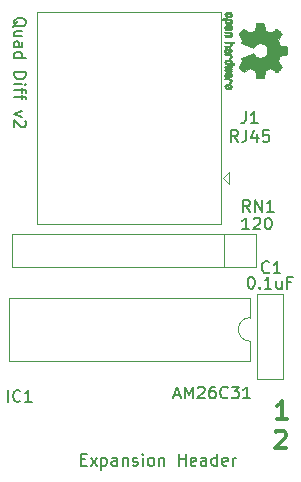
<source format=gbr>
G04 #@! TF.GenerationSoftware,KiCad,Pcbnew,(5.1.4)-1*
G04 #@! TF.CreationDate,2019-10-02T23:26:37-04:00*
G04 #@! TF.ProjectId,Quad_Diff_Out,51756164-5f44-4696-9666-5f4f75742e6b,v2*
G04 #@! TF.SameCoordinates,Original*
G04 #@! TF.FileFunction,Legend,Top*
G04 #@! TF.FilePolarity,Positive*
%FSLAX46Y46*%
G04 Gerber Fmt 4.6, Leading zero omitted, Abs format (unit mm)*
G04 Created by KiCad (PCBNEW (5.1.4)-1) date 2019-10-02 23:26:37*
%MOMM*%
%LPD*%
G04 APERTURE LIST*
%ADD10C,0.150000*%
%ADD11C,0.300000*%
%ADD12C,0.120000*%
%ADD13C,0.010000*%
G04 APERTURE END LIST*
D10*
X145500000Y-107228571D02*
X145833333Y-107228571D01*
X145976190Y-107752380D02*
X145500000Y-107752380D01*
X145500000Y-106752380D01*
X145976190Y-106752380D01*
X146309523Y-107752380D02*
X146833333Y-107085714D01*
X146309523Y-107085714D02*
X146833333Y-107752380D01*
X147214285Y-107085714D02*
X147214285Y-108085714D01*
X147214285Y-107133333D02*
X147309523Y-107085714D01*
X147500000Y-107085714D01*
X147595238Y-107133333D01*
X147642857Y-107180952D01*
X147690476Y-107276190D01*
X147690476Y-107561904D01*
X147642857Y-107657142D01*
X147595238Y-107704761D01*
X147500000Y-107752380D01*
X147309523Y-107752380D01*
X147214285Y-107704761D01*
X148547619Y-107752380D02*
X148547619Y-107228571D01*
X148500000Y-107133333D01*
X148404761Y-107085714D01*
X148214285Y-107085714D01*
X148119047Y-107133333D01*
X148547619Y-107704761D02*
X148452380Y-107752380D01*
X148214285Y-107752380D01*
X148119047Y-107704761D01*
X148071428Y-107609523D01*
X148071428Y-107514285D01*
X148119047Y-107419047D01*
X148214285Y-107371428D01*
X148452380Y-107371428D01*
X148547619Y-107323809D01*
X149023809Y-107085714D02*
X149023809Y-107752380D01*
X149023809Y-107180952D02*
X149071428Y-107133333D01*
X149166666Y-107085714D01*
X149309523Y-107085714D01*
X149404761Y-107133333D01*
X149452380Y-107228571D01*
X149452380Y-107752380D01*
X149880952Y-107704761D02*
X149976190Y-107752380D01*
X150166666Y-107752380D01*
X150261904Y-107704761D01*
X150309523Y-107609523D01*
X150309523Y-107561904D01*
X150261904Y-107466666D01*
X150166666Y-107419047D01*
X150023809Y-107419047D01*
X149928571Y-107371428D01*
X149880952Y-107276190D01*
X149880952Y-107228571D01*
X149928571Y-107133333D01*
X150023809Y-107085714D01*
X150166666Y-107085714D01*
X150261904Y-107133333D01*
X150738095Y-107752380D02*
X150738095Y-107085714D01*
X150738095Y-106752380D02*
X150690476Y-106800000D01*
X150738095Y-106847619D01*
X150785714Y-106800000D01*
X150738095Y-106752380D01*
X150738095Y-106847619D01*
X151357142Y-107752380D02*
X151261904Y-107704761D01*
X151214285Y-107657142D01*
X151166666Y-107561904D01*
X151166666Y-107276190D01*
X151214285Y-107180952D01*
X151261904Y-107133333D01*
X151357142Y-107085714D01*
X151500000Y-107085714D01*
X151595238Y-107133333D01*
X151642857Y-107180952D01*
X151690476Y-107276190D01*
X151690476Y-107561904D01*
X151642857Y-107657142D01*
X151595238Y-107704761D01*
X151500000Y-107752380D01*
X151357142Y-107752380D01*
X152119047Y-107085714D02*
X152119047Y-107752380D01*
X152119047Y-107180952D02*
X152166666Y-107133333D01*
X152261904Y-107085714D01*
X152404761Y-107085714D01*
X152500000Y-107133333D01*
X152547619Y-107228571D01*
X152547619Y-107752380D01*
X153785714Y-107752380D02*
X153785714Y-106752380D01*
X153785714Y-107228571D02*
X154357142Y-107228571D01*
X154357142Y-107752380D02*
X154357142Y-106752380D01*
X155214285Y-107704761D02*
X155119047Y-107752380D01*
X154928571Y-107752380D01*
X154833333Y-107704761D01*
X154785714Y-107609523D01*
X154785714Y-107228571D01*
X154833333Y-107133333D01*
X154928571Y-107085714D01*
X155119047Y-107085714D01*
X155214285Y-107133333D01*
X155261904Y-107228571D01*
X155261904Y-107323809D01*
X154785714Y-107419047D01*
X156119047Y-107752380D02*
X156119047Y-107228571D01*
X156071428Y-107133333D01*
X155976190Y-107085714D01*
X155785714Y-107085714D01*
X155690476Y-107133333D01*
X156119047Y-107704761D02*
X156023809Y-107752380D01*
X155785714Y-107752380D01*
X155690476Y-107704761D01*
X155642857Y-107609523D01*
X155642857Y-107514285D01*
X155690476Y-107419047D01*
X155785714Y-107371428D01*
X156023809Y-107371428D01*
X156119047Y-107323809D01*
X157023809Y-107752380D02*
X157023809Y-106752380D01*
X157023809Y-107704761D02*
X156928571Y-107752380D01*
X156738095Y-107752380D01*
X156642857Y-107704761D01*
X156595238Y-107657142D01*
X156547619Y-107561904D01*
X156547619Y-107276190D01*
X156595238Y-107180952D01*
X156642857Y-107133333D01*
X156738095Y-107085714D01*
X156928571Y-107085714D01*
X157023809Y-107133333D01*
X157880952Y-107704761D02*
X157785714Y-107752380D01*
X157595238Y-107752380D01*
X157500000Y-107704761D01*
X157452380Y-107609523D01*
X157452380Y-107228571D01*
X157500000Y-107133333D01*
X157595238Y-107085714D01*
X157785714Y-107085714D01*
X157880952Y-107133333D01*
X157928571Y-107228571D01*
X157928571Y-107323809D01*
X157452380Y-107419047D01*
X158357142Y-107752380D02*
X158357142Y-107085714D01*
X158357142Y-107276190D02*
X158404761Y-107180952D01*
X158452380Y-107133333D01*
X158547619Y-107085714D01*
X158642857Y-107085714D01*
D11*
X161971428Y-104921428D02*
X162042857Y-104850000D01*
X162185714Y-104778571D01*
X162542857Y-104778571D01*
X162685714Y-104850000D01*
X162757142Y-104921428D01*
X162828571Y-105064285D01*
X162828571Y-105207142D01*
X162757142Y-105421428D01*
X161900000Y-106278571D01*
X162828571Y-106278571D01*
X162928571Y-103778571D02*
X162071428Y-103778571D01*
X162500000Y-103778571D02*
X162500000Y-102278571D01*
X162357142Y-102492857D01*
X162214285Y-102635714D01*
X162071428Y-102707142D01*
D10*
X139752380Y-70595238D02*
X139800000Y-70500000D01*
X139895238Y-70404761D01*
X140038095Y-70261904D01*
X140085714Y-70166666D01*
X140085714Y-70071428D01*
X139847619Y-70119047D02*
X139895238Y-70023809D01*
X139990476Y-69928571D01*
X140180952Y-69880952D01*
X140514285Y-69880952D01*
X140704761Y-69928571D01*
X140800000Y-70023809D01*
X140847619Y-70119047D01*
X140847619Y-70309523D01*
X140800000Y-70404761D01*
X140704761Y-70500000D01*
X140514285Y-70547619D01*
X140180952Y-70547619D01*
X139990476Y-70500000D01*
X139895238Y-70404761D01*
X139847619Y-70309523D01*
X139847619Y-70119047D01*
X140514285Y-71404761D02*
X139847619Y-71404761D01*
X140514285Y-70976190D02*
X139990476Y-70976190D01*
X139895238Y-71023809D01*
X139847619Y-71119047D01*
X139847619Y-71261904D01*
X139895238Y-71357142D01*
X139942857Y-71404761D01*
X139847619Y-72309523D02*
X140371428Y-72309523D01*
X140466666Y-72261904D01*
X140514285Y-72166666D01*
X140514285Y-71976190D01*
X140466666Y-71880952D01*
X139895238Y-72309523D02*
X139847619Y-72214285D01*
X139847619Y-71976190D01*
X139895238Y-71880952D01*
X139990476Y-71833333D01*
X140085714Y-71833333D01*
X140180952Y-71880952D01*
X140228571Y-71976190D01*
X140228571Y-72214285D01*
X140276190Y-72309523D01*
X139847619Y-73214285D02*
X140847619Y-73214285D01*
X139895238Y-73214285D02*
X139847619Y-73119047D01*
X139847619Y-72928571D01*
X139895238Y-72833333D01*
X139942857Y-72785714D01*
X140038095Y-72738095D01*
X140323809Y-72738095D01*
X140419047Y-72785714D01*
X140466666Y-72833333D01*
X140514285Y-72928571D01*
X140514285Y-73119047D01*
X140466666Y-73214285D01*
X139847619Y-74452380D02*
X140847619Y-74452380D01*
X140847619Y-74690476D01*
X140800000Y-74833333D01*
X140704761Y-74928571D01*
X140609523Y-74976190D01*
X140419047Y-75023809D01*
X140276190Y-75023809D01*
X140085714Y-74976190D01*
X139990476Y-74928571D01*
X139895238Y-74833333D01*
X139847619Y-74690476D01*
X139847619Y-74452380D01*
X139847619Y-75452380D02*
X140514285Y-75452380D01*
X140847619Y-75452380D02*
X140800000Y-75404761D01*
X140752380Y-75452380D01*
X140800000Y-75500000D01*
X140847619Y-75452380D01*
X140752380Y-75452380D01*
X140514285Y-75785714D02*
X140514285Y-76166666D01*
X139847619Y-75928571D02*
X140704761Y-75928571D01*
X140800000Y-75976190D01*
X140847619Y-76071428D01*
X140847619Y-76166666D01*
X140514285Y-76357142D02*
X140514285Y-76738095D01*
X139847619Y-76500000D02*
X140704761Y-76500000D01*
X140800000Y-76547619D01*
X140847619Y-76642857D01*
X140847619Y-76738095D01*
X140514285Y-77738095D02*
X139847619Y-77976190D01*
X140514285Y-78214285D01*
X140752380Y-78547619D02*
X140800000Y-78595238D01*
X140847619Y-78690476D01*
X140847619Y-78928571D01*
X140800000Y-79023809D01*
X140752380Y-79071428D01*
X140657142Y-79119047D01*
X140561904Y-79119047D01*
X140419047Y-79071428D01*
X139847619Y-78500000D01*
X139847619Y-79119047D01*
D12*
X159830000Y-98860000D02*
X159830000Y-97210000D01*
X139390000Y-98860000D02*
X159830000Y-98860000D01*
X139390000Y-93560000D02*
X139390000Y-98860000D01*
X159830000Y-93560000D02*
X139390000Y-93560000D01*
X159830000Y-95210000D02*
X159830000Y-93560000D01*
X159830000Y-97210000D02*
G75*
G02X159830000Y-95210000I0J1000000D01*
G01*
X157630000Y-90900000D02*
X157630000Y-88100000D01*
X139680000Y-90900000D02*
X160340000Y-90900000D01*
X139680000Y-88100000D02*
X139680000Y-90900000D01*
X160340000Y-88100000D02*
X139680000Y-88100000D01*
X160340000Y-90900000D02*
X160340000Y-88100000D01*
D13*
G36*
X162957652Y-72703910D02*
G01*
X162957222Y-72782454D01*
X162956058Y-72839298D01*
X162953793Y-72878105D01*
X162950060Y-72902538D01*
X162944494Y-72916262D01*
X162936727Y-72922940D01*
X162926395Y-72926236D01*
X162925057Y-72926556D01*
X162900921Y-72931562D01*
X162853299Y-72940829D01*
X162787259Y-72953392D01*
X162707872Y-72968287D01*
X162620204Y-72984551D01*
X162617125Y-72985119D01*
X162531211Y-73001410D01*
X162455304Y-73016652D01*
X162393955Y-73029861D01*
X162351718Y-73040054D01*
X162333145Y-73046248D01*
X162332816Y-73046543D01*
X162323747Y-73064788D01*
X162308633Y-73102405D01*
X162290738Y-73151271D01*
X162290642Y-73151543D01*
X162267507Y-73213093D01*
X162238035Y-73285657D01*
X162208403Y-73354057D01*
X162206938Y-73357294D01*
X162156374Y-73468702D01*
X162324840Y-73715399D01*
X162376197Y-73791077D01*
X162422111Y-73859631D01*
X162459970Y-73917088D01*
X162487163Y-73959476D01*
X162501079Y-73982825D01*
X162502111Y-73985042D01*
X162497516Y-74002010D01*
X162475345Y-74033701D01*
X162434553Y-74081352D01*
X162374095Y-74146198D01*
X162309773Y-74212397D01*
X162246388Y-74276214D01*
X162188549Y-74333329D01*
X162139825Y-74380305D01*
X162103790Y-74413703D01*
X162084016Y-74430085D01*
X162082998Y-74430694D01*
X162069428Y-74432505D01*
X162047267Y-74425683D01*
X162013522Y-74408540D01*
X161965200Y-74379393D01*
X161899308Y-74336555D01*
X161814483Y-74279448D01*
X161739823Y-74228766D01*
X161672860Y-74183461D01*
X161617484Y-74146150D01*
X161577580Y-74119452D01*
X161557038Y-74105985D01*
X161555644Y-74105137D01*
X161535962Y-74106781D01*
X161497707Y-74119245D01*
X161448111Y-74140048D01*
X161432272Y-74147462D01*
X161361710Y-74179814D01*
X161281647Y-74214328D01*
X161212371Y-74242365D01*
X161160955Y-74262568D01*
X161121881Y-74278615D01*
X161101459Y-74287888D01*
X161099886Y-74289041D01*
X161097279Y-74306096D01*
X161090137Y-74346298D01*
X161079477Y-74404302D01*
X161066315Y-74474763D01*
X161051667Y-74552335D01*
X161036551Y-74631672D01*
X161021982Y-74707431D01*
X161008978Y-74774264D01*
X160998555Y-74826828D01*
X160991730Y-74859776D01*
X160989801Y-74867857D01*
X160985038Y-74876205D01*
X160974282Y-74882506D01*
X160953902Y-74887045D01*
X160920266Y-74890104D01*
X160869745Y-74891967D01*
X160798708Y-74892918D01*
X160703524Y-74893240D01*
X160664508Y-74893257D01*
X160347201Y-74893257D01*
X160332161Y-74817057D01*
X160324005Y-74774663D01*
X160312101Y-74711400D01*
X160297884Y-74634962D01*
X160282790Y-74553043D01*
X160278645Y-74530400D01*
X160263947Y-74454806D01*
X160249495Y-74388953D01*
X160236625Y-74338366D01*
X160226678Y-74308574D01*
X160223713Y-74303612D01*
X160202717Y-74291426D01*
X160162033Y-74273953D01*
X160109678Y-74254577D01*
X160098400Y-74250734D01*
X160028477Y-74225339D01*
X159949582Y-74193817D01*
X159878734Y-74162969D01*
X159878405Y-74162817D01*
X159767267Y-74111447D01*
X159518747Y-74280399D01*
X159270228Y-74449352D01*
X159052942Y-74232429D01*
X158988274Y-74166819D01*
X158931267Y-74106979D01*
X158884967Y-74056267D01*
X158852416Y-74018046D01*
X158836657Y-73995675D01*
X158835657Y-73992466D01*
X158843531Y-73973626D01*
X158865422Y-73935180D01*
X158898733Y-73881330D01*
X158940869Y-73816276D01*
X158988057Y-73745940D01*
X159036190Y-73674555D01*
X159078072Y-73610908D01*
X159111129Y-73559041D01*
X159132782Y-73522995D01*
X159140457Y-73506867D01*
X159133963Y-73487189D01*
X159116850Y-73449875D01*
X159092674Y-73402621D01*
X159089987Y-73397612D01*
X159058073Y-73333977D01*
X159042421Y-73290341D01*
X159042255Y-73263202D01*
X159056796Y-73249057D01*
X159057000Y-73248975D01*
X159074221Y-73241905D01*
X159115101Y-73225042D01*
X159176475Y-73199695D01*
X159255181Y-73167171D01*
X159348053Y-73128778D01*
X159451928Y-73085822D01*
X159552498Y-73044222D01*
X159663484Y-72998504D01*
X159766297Y-72956526D01*
X159857785Y-72919548D01*
X159934799Y-72888827D01*
X159994185Y-72865622D01*
X160032791Y-72851190D01*
X160047200Y-72846743D01*
X160063728Y-72857896D01*
X160090070Y-72887069D01*
X160119113Y-72925971D01*
X160210961Y-73036757D01*
X160316241Y-73123351D01*
X160432734Y-73184716D01*
X160558224Y-73219815D01*
X160690493Y-73227608D01*
X160751543Y-73221943D01*
X160878205Y-73191078D01*
X160990059Y-73137920D01*
X161085999Y-73065767D01*
X161164924Y-72977917D01*
X161225730Y-72877665D01*
X161267313Y-72768310D01*
X161288572Y-72653147D01*
X161288401Y-72535475D01*
X161265699Y-72418590D01*
X161219362Y-72305789D01*
X161148287Y-72200369D01*
X161108089Y-72156368D01*
X161004871Y-72071979D01*
X160892075Y-72013222D01*
X160772990Y-71979704D01*
X160650905Y-71971035D01*
X160529107Y-71986823D01*
X160410884Y-72026678D01*
X160299525Y-72090207D01*
X160198316Y-72177021D01*
X160119113Y-72274029D01*
X160088838Y-72314437D01*
X160062781Y-72342982D01*
X160047175Y-72353257D01*
X160030157Y-72347877D01*
X159989500Y-72332575D01*
X159928358Y-72308612D01*
X159849881Y-72277244D01*
X159757220Y-72239732D01*
X159653528Y-72197333D01*
X159552474Y-72155663D01*
X159441393Y-72109690D01*
X159338459Y-72067107D01*
X159246835Y-72029221D01*
X159169684Y-71997340D01*
X159110169Y-71972771D01*
X159071456Y-71956820D01*
X159057000Y-71950910D01*
X159042315Y-71936948D01*
X159042358Y-71909940D01*
X159057901Y-71866413D01*
X159089716Y-71802890D01*
X159089987Y-71802388D01*
X159114677Y-71754560D01*
X159132662Y-71715897D01*
X159140386Y-71694095D01*
X159140457Y-71693133D01*
X159132622Y-71676721D01*
X159110835Y-71640487D01*
X159077672Y-71588474D01*
X159035709Y-71524725D01*
X158988057Y-71454060D01*
X158939809Y-71382116D01*
X158897849Y-71317274D01*
X158864773Y-71263735D01*
X158843179Y-71225697D01*
X158835657Y-71207533D01*
X158845543Y-71190808D01*
X158873174Y-71157180D01*
X158915505Y-71110010D01*
X158969495Y-71052658D01*
X159032101Y-70988484D01*
X159053017Y-70967497D01*
X159270377Y-70750499D01*
X159512780Y-70915668D01*
X159587219Y-70965864D01*
X159654028Y-71009919D01*
X159709335Y-71045362D01*
X159749271Y-71069719D01*
X159769964Y-71080522D01*
X159771437Y-71080838D01*
X159790942Y-71075143D01*
X159830178Y-71059826D01*
X159882570Y-71037537D01*
X159917645Y-71021893D01*
X159984799Y-70992641D01*
X160052642Y-70965094D01*
X160109966Y-70943737D01*
X160127428Y-70937935D01*
X160174062Y-70921452D01*
X160210095Y-70905340D01*
X160223713Y-70896490D01*
X160232048Y-70876960D01*
X160243863Y-70834334D01*
X160257819Y-70774145D01*
X160272578Y-70701922D01*
X160278645Y-70669600D01*
X160293727Y-70587522D01*
X160308331Y-70508795D01*
X160321020Y-70441109D01*
X160330358Y-70392160D01*
X160332161Y-70382943D01*
X160347201Y-70306743D01*
X160664508Y-70306743D01*
X160768846Y-70306914D01*
X160847787Y-70307616D01*
X160904962Y-70309134D01*
X160944001Y-70311749D01*
X160968535Y-70315746D01*
X160982195Y-70321409D01*
X160988611Y-70329020D01*
X160989801Y-70332143D01*
X160994020Y-70350978D01*
X161002438Y-70392588D01*
X161014039Y-70451630D01*
X161027805Y-70522757D01*
X161042720Y-70600625D01*
X161057768Y-70679887D01*
X161071931Y-70755198D01*
X161084194Y-70821213D01*
X161093539Y-70872587D01*
X161098950Y-70903975D01*
X161099886Y-70910959D01*
X161112404Y-70917285D01*
X161145754Y-70931290D01*
X161193623Y-70950355D01*
X161212371Y-70957634D01*
X161284805Y-70986996D01*
X161364830Y-71021571D01*
X161432272Y-71052537D01*
X161483841Y-71075323D01*
X161526215Y-71090482D01*
X161552166Y-71095542D01*
X161555644Y-71094736D01*
X161572064Y-71084041D01*
X161608583Y-71059620D01*
X161661313Y-71024095D01*
X161726365Y-70980087D01*
X161799849Y-70930217D01*
X161814355Y-70920356D01*
X161900296Y-70862492D01*
X161965739Y-70819956D01*
X162013696Y-70791054D01*
X162047180Y-70774090D01*
X162069205Y-70767367D01*
X162082783Y-70769190D01*
X162082869Y-70769236D01*
X162100703Y-70783586D01*
X162135183Y-70815323D01*
X162182732Y-70861010D01*
X162239778Y-70917204D01*
X162302745Y-70980468D01*
X162309773Y-70987602D01*
X162386980Y-71067330D01*
X162443670Y-71128857D01*
X162480890Y-71173421D01*
X162499685Y-71202257D01*
X162502111Y-71214958D01*
X162491529Y-71233494D01*
X162467084Y-71271961D01*
X162431388Y-71326386D01*
X162387053Y-71392798D01*
X162336689Y-71467225D01*
X162324840Y-71484601D01*
X162156374Y-71731297D01*
X162206938Y-71842706D01*
X162236405Y-71910457D01*
X162266041Y-71983183D01*
X162289670Y-72045703D01*
X162290642Y-72048457D01*
X162308543Y-72097360D01*
X162323680Y-72135057D01*
X162332790Y-72153425D01*
X162332816Y-72153456D01*
X162349283Y-72159285D01*
X162389781Y-72169192D01*
X162449758Y-72182195D01*
X162524660Y-72197309D01*
X162609936Y-72213552D01*
X162617125Y-72214881D01*
X162704986Y-72231175D01*
X162784740Y-72246133D01*
X162851319Y-72258791D01*
X162899653Y-72268186D01*
X162924675Y-72273354D01*
X162925057Y-72273444D01*
X162935701Y-72276589D01*
X162943738Y-72282704D01*
X162949533Y-72295453D01*
X162953453Y-72318500D01*
X162955865Y-72355509D01*
X162957135Y-72410144D01*
X162957629Y-72486067D01*
X162957714Y-72586944D01*
X162957714Y-72600000D01*
X162957652Y-72703910D01*
X162957652Y-72703910D01*
G37*
X162957652Y-72703910D02*
X162957222Y-72782454D01*
X162956058Y-72839298D01*
X162953793Y-72878105D01*
X162950060Y-72902538D01*
X162944494Y-72916262D01*
X162936727Y-72922940D01*
X162926395Y-72926236D01*
X162925057Y-72926556D01*
X162900921Y-72931562D01*
X162853299Y-72940829D01*
X162787259Y-72953392D01*
X162707872Y-72968287D01*
X162620204Y-72984551D01*
X162617125Y-72985119D01*
X162531211Y-73001410D01*
X162455304Y-73016652D01*
X162393955Y-73029861D01*
X162351718Y-73040054D01*
X162333145Y-73046248D01*
X162332816Y-73046543D01*
X162323747Y-73064788D01*
X162308633Y-73102405D01*
X162290738Y-73151271D01*
X162290642Y-73151543D01*
X162267507Y-73213093D01*
X162238035Y-73285657D01*
X162208403Y-73354057D01*
X162206938Y-73357294D01*
X162156374Y-73468702D01*
X162324840Y-73715399D01*
X162376197Y-73791077D01*
X162422111Y-73859631D01*
X162459970Y-73917088D01*
X162487163Y-73959476D01*
X162501079Y-73982825D01*
X162502111Y-73985042D01*
X162497516Y-74002010D01*
X162475345Y-74033701D01*
X162434553Y-74081352D01*
X162374095Y-74146198D01*
X162309773Y-74212397D01*
X162246388Y-74276214D01*
X162188549Y-74333329D01*
X162139825Y-74380305D01*
X162103790Y-74413703D01*
X162084016Y-74430085D01*
X162082998Y-74430694D01*
X162069428Y-74432505D01*
X162047267Y-74425683D01*
X162013522Y-74408540D01*
X161965200Y-74379393D01*
X161899308Y-74336555D01*
X161814483Y-74279448D01*
X161739823Y-74228766D01*
X161672860Y-74183461D01*
X161617484Y-74146150D01*
X161577580Y-74119452D01*
X161557038Y-74105985D01*
X161555644Y-74105137D01*
X161535962Y-74106781D01*
X161497707Y-74119245D01*
X161448111Y-74140048D01*
X161432272Y-74147462D01*
X161361710Y-74179814D01*
X161281647Y-74214328D01*
X161212371Y-74242365D01*
X161160955Y-74262568D01*
X161121881Y-74278615D01*
X161101459Y-74287888D01*
X161099886Y-74289041D01*
X161097279Y-74306096D01*
X161090137Y-74346298D01*
X161079477Y-74404302D01*
X161066315Y-74474763D01*
X161051667Y-74552335D01*
X161036551Y-74631672D01*
X161021982Y-74707431D01*
X161008978Y-74774264D01*
X160998555Y-74826828D01*
X160991730Y-74859776D01*
X160989801Y-74867857D01*
X160985038Y-74876205D01*
X160974282Y-74882506D01*
X160953902Y-74887045D01*
X160920266Y-74890104D01*
X160869745Y-74891967D01*
X160798708Y-74892918D01*
X160703524Y-74893240D01*
X160664508Y-74893257D01*
X160347201Y-74893257D01*
X160332161Y-74817057D01*
X160324005Y-74774663D01*
X160312101Y-74711400D01*
X160297884Y-74634962D01*
X160282790Y-74553043D01*
X160278645Y-74530400D01*
X160263947Y-74454806D01*
X160249495Y-74388953D01*
X160236625Y-74338366D01*
X160226678Y-74308574D01*
X160223713Y-74303612D01*
X160202717Y-74291426D01*
X160162033Y-74273953D01*
X160109678Y-74254577D01*
X160098400Y-74250734D01*
X160028477Y-74225339D01*
X159949582Y-74193817D01*
X159878734Y-74162969D01*
X159878405Y-74162817D01*
X159767267Y-74111447D01*
X159518747Y-74280399D01*
X159270228Y-74449352D01*
X159052942Y-74232429D01*
X158988274Y-74166819D01*
X158931267Y-74106979D01*
X158884967Y-74056267D01*
X158852416Y-74018046D01*
X158836657Y-73995675D01*
X158835657Y-73992466D01*
X158843531Y-73973626D01*
X158865422Y-73935180D01*
X158898733Y-73881330D01*
X158940869Y-73816276D01*
X158988057Y-73745940D01*
X159036190Y-73674555D01*
X159078072Y-73610908D01*
X159111129Y-73559041D01*
X159132782Y-73522995D01*
X159140457Y-73506867D01*
X159133963Y-73487189D01*
X159116850Y-73449875D01*
X159092674Y-73402621D01*
X159089987Y-73397612D01*
X159058073Y-73333977D01*
X159042421Y-73290341D01*
X159042255Y-73263202D01*
X159056796Y-73249057D01*
X159057000Y-73248975D01*
X159074221Y-73241905D01*
X159115101Y-73225042D01*
X159176475Y-73199695D01*
X159255181Y-73167171D01*
X159348053Y-73128778D01*
X159451928Y-73085822D01*
X159552498Y-73044222D01*
X159663484Y-72998504D01*
X159766297Y-72956526D01*
X159857785Y-72919548D01*
X159934799Y-72888827D01*
X159994185Y-72865622D01*
X160032791Y-72851190D01*
X160047200Y-72846743D01*
X160063728Y-72857896D01*
X160090070Y-72887069D01*
X160119113Y-72925971D01*
X160210961Y-73036757D01*
X160316241Y-73123351D01*
X160432734Y-73184716D01*
X160558224Y-73219815D01*
X160690493Y-73227608D01*
X160751543Y-73221943D01*
X160878205Y-73191078D01*
X160990059Y-73137920D01*
X161085999Y-73065767D01*
X161164924Y-72977917D01*
X161225730Y-72877665D01*
X161267313Y-72768310D01*
X161288572Y-72653147D01*
X161288401Y-72535475D01*
X161265699Y-72418590D01*
X161219362Y-72305789D01*
X161148287Y-72200369D01*
X161108089Y-72156368D01*
X161004871Y-72071979D01*
X160892075Y-72013222D01*
X160772990Y-71979704D01*
X160650905Y-71971035D01*
X160529107Y-71986823D01*
X160410884Y-72026678D01*
X160299525Y-72090207D01*
X160198316Y-72177021D01*
X160119113Y-72274029D01*
X160088838Y-72314437D01*
X160062781Y-72342982D01*
X160047175Y-72353257D01*
X160030157Y-72347877D01*
X159989500Y-72332575D01*
X159928358Y-72308612D01*
X159849881Y-72277244D01*
X159757220Y-72239732D01*
X159653528Y-72197333D01*
X159552474Y-72155663D01*
X159441393Y-72109690D01*
X159338459Y-72067107D01*
X159246835Y-72029221D01*
X159169684Y-71997340D01*
X159110169Y-71972771D01*
X159071456Y-71956820D01*
X159057000Y-71950910D01*
X159042315Y-71936948D01*
X159042358Y-71909940D01*
X159057901Y-71866413D01*
X159089716Y-71802890D01*
X159089987Y-71802388D01*
X159114677Y-71754560D01*
X159132662Y-71715897D01*
X159140386Y-71694095D01*
X159140457Y-71693133D01*
X159132622Y-71676721D01*
X159110835Y-71640487D01*
X159077672Y-71588474D01*
X159035709Y-71524725D01*
X158988057Y-71454060D01*
X158939809Y-71382116D01*
X158897849Y-71317274D01*
X158864773Y-71263735D01*
X158843179Y-71225697D01*
X158835657Y-71207533D01*
X158845543Y-71190808D01*
X158873174Y-71157180D01*
X158915505Y-71110010D01*
X158969495Y-71052658D01*
X159032101Y-70988484D01*
X159053017Y-70967497D01*
X159270377Y-70750499D01*
X159512780Y-70915668D01*
X159587219Y-70965864D01*
X159654028Y-71009919D01*
X159709335Y-71045362D01*
X159749271Y-71069719D01*
X159769964Y-71080522D01*
X159771437Y-71080838D01*
X159790942Y-71075143D01*
X159830178Y-71059826D01*
X159882570Y-71037537D01*
X159917645Y-71021893D01*
X159984799Y-70992641D01*
X160052642Y-70965094D01*
X160109966Y-70943737D01*
X160127428Y-70937935D01*
X160174062Y-70921452D01*
X160210095Y-70905340D01*
X160223713Y-70896490D01*
X160232048Y-70876960D01*
X160243863Y-70834334D01*
X160257819Y-70774145D01*
X160272578Y-70701922D01*
X160278645Y-70669600D01*
X160293727Y-70587522D01*
X160308331Y-70508795D01*
X160321020Y-70441109D01*
X160330358Y-70392160D01*
X160332161Y-70382943D01*
X160347201Y-70306743D01*
X160664508Y-70306743D01*
X160768846Y-70306914D01*
X160847787Y-70307616D01*
X160904962Y-70309134D01*
X160944001Y-70311749D01*
X160968535Y-70315746D01*
X160982195Y-70321409D01*
X160988611Y-70329020D01*
X160989801Y-70332143D01*
X160994020Y-70350978D01*
X161002438Y-70392588D01*
X161014039Y-70451630D01*
X161027805Y-70522757D01*
X161042720Y-70600625D01*
X161057768Y-70679887D01*
X161071931Y-70755198D01*
X161084194Y-70821213D01*
X161093539Y-70872587D01*
X161098950Y-70903975D01*
X161099886Y-70910959D01*
X161112404Y-70917285D01*
X161145754Y-70931290D01*
X161193623Y-70950355D01*
X161212371Y-70957634D01*
X161284805Y-70986996D01*
X161364830Y-71021571D01*
X161432272Y-71052537D01*
X161483841Y-71075323D01*
X161526215Y-71090482D01*
X161552166Y-71095542D01*
X161555644Y-71094736D01*
X161572064Y-71084041D01*
X161608583Y-71059620D01*
X161661313Y-71024095D01*
X161726365Y-70980087D01*
X161799849Y-70930217D01*
X161814355Y-70920356D01*
X161900296Y-70862492D01*
X161965739Y-70819956D01*
X162013696Y-70791054D01*
X162047180Y-70774090D01*
X162069205Y-70767367D01*
X162082783Y-70769190D01*
X162082869Y-70769236D01*
X162100703Y-70783586D01*
X162135183Y-70815323D01*
X162182732Y-70861010D01*
X162239778Y-70917204D01*
X162302745Y-70980468D01*
X162309773Y-70987602D01*
X162386980Y-71067330D01*
X162443670Y-71128857D01*
X162480890Y-71173421D01*
X162499685Y-71202257D01*
X162502111Y-71214958D01*
X162491529Y-71233494D01*
X162467084Y-71271961D01*
X162431388Y-71326386D01*
X162387053Y-71392798D01*
X162336689Y-71467225D01*
X162324840Y-71484601D01*
X162156374Y-71731297D01*
X162206938Y-71842706D01*
X162236405Y-71910457D01*
X162266041Y-71983183D01*
X162289670Y-72045703D01*
X162290642Y-72048457D01*
X162308543Y-72097360D01*
X162323680Y-72135057D01*
X162332790Y-72153425D01*
X162332816Y-72153456D01*
X162349283Y-72159285D01*
X162389781Y-72169192D01*
X162449758Y-72182195D01*
X162524660Y-72197309D01*
X162609936Y-72213552D01*
X162617125Y-72214881D01*
X162704986Y-72231175D01*
X162784740Y-72246133D01*
X162851319Y-72258791D01*
X162899653Y-72268186D01*
X162924675Y-72273354D01*
X162925057Y-72273444D01*
X162935701Y-72276589D01*
X162943738Y-72282704D01*
X162949533Y-72295453D01*
X162953453Y-72318500D01*
X162955865Y-72355509D01*
X162957135Y-72410144D01*
X162957629Y-72486067D01*
X162957714Y-72586944D01*
X162957714Y-72600000D01*
X162957652Y-72703910D01*
G36*
X158233034Y-75753595D02*
G01*
X158195503Y-75811021D01*
X158161904Y-75838719D01*
X158100936Y-75860662D01*
X158052692Y-75862405D01*
X157988184Y-75858457D01*
X157923066Y-75709686D01*
X157889798Y-75637349D01*
X157863036Y-75590084D01*
X157839856Y-75565507D01*
X157817333Y-75561237D01*
X157792545Y-75574889D01*
X157776114Y-75589943D01*
X157749765Y-75633746D01*
X157747919Y-75681389D01*
X157768454Y-75725145D01*
X157809248Y-75757289D01*
X157823653Y-75763038D01*
X157868644Y-75790576D01*
X157887818Y-75822258D01*
X157904221Y-75865714D01*
X157842034Y-75865714D01*
X157799717Y-75861872D01*
X157764031Y-75846823D01*
X157723057Y-75815280D01*
X157717733Y-75810592D01*
X157681280Y-75775506D01*
X157661717Y-75745347D01*
X157652717Y-75707615D01*
X157649770Y-75676335D01*
X157649035Y-75620385D01*
X157658340Y-75580555D01*
X157672154Y-75555708D01*
X157702533Y-75516656D01*
X157735387Y-75489625D01*
X157776706Y-75472517D01*
X157832479Y-75463238D01*
X157908695Y-75459693D01*
X157947378Y-75459410D01*
X157993753Y-75460372D01*
X157993753Y-75548007D01*
X157968874Y-75549023D01*
X157964800Y-75551556D01*
X157970335Y-75568274D01*
X157984983Y-75604249D01*
X158005810Y-75652331D01*
X158010286Y-75662386D01*
X158041186Y-75723152D01*
X158068343Y-75756632D01*
X158093780Y-75763990D01*
X158119519Y-75746391D01*
X158130891Y-75731856D01*
X158153636Y-75679410D01*
X158149878Y-75630322D01*
X158122116Y-75589227D01*
X158072848Y-75560758D01*
X158033743Y-75551631D01*
X157993753Y-75548007D01*
X157993753Y-75460372D01*
X158037751Y-75461285D01*
X158104616Y-75468196D01*
X158153305Y-75481884D01*
X158189151Y-75504096D01*
X158217487Y-75536574D01*
X158226645Y-75550733D01*
X158250493Y-75615053D01*
X158251994Y-75685473D01*
X158233034Y-75753595D01*
X158233034Y-75753595D01*
G37*
X158233034Y-75753595D02*
X158195503Y-75811021D01*
X158161904Y-75838719D01*
X158100936Y-75860662D01*
X158052692Y-75862405D01*
X157988184Y-75858457D01*
X157923066Y-75709686D01*
X157889798Y-75637349D01*
X157863036Y-75590084D01*
X157839856Y-75565507D01*
X157817333Y-75561237D01*
X157792545Y-75574889D01*
X157776114Y-75589943D01*
X157749765Y-75633746D01*
X157747919Y-75681389D01*
X157768454Y-75725145D01*
X157809248Y-75757289D01*
X157823653Y-75763038D01*
X157868644Y-75790576D01*
X157887818Y-75822258D01*
X157904221Y-75865714D01*
X157842034Y-75865714D01*
X157799717Y-75861872D01*
X157764031Y-75846823D01*
X157723057Y-75815280D01*
X157717733Y-75810592D01*
X157681280Y-75775506D01*
X157661717Y-75745347D01*
X157652717Y-75707615D01*
X157649770Y-75676335D01*
X157649035Y-75620385D01*
X157658340Y-75580555D01*
X157672154Y-75555708D01*
X157702533Y-75516656D01*
X157735387Y-75489625D01*
X157776706Y-75472517D01*
X157832479Y-75463238D01*
X157908695Y-75459693D01*
X157947378Y-75459410D01*
X157993753Y-75460372D01*
X157993753Y-75548007D01*
X157968874Y-75549023D01*
X157964800Y-75551556D01*
X157970335Y-75568274D01*
X157984983Y-75604249D01*
X158005810Y-75652331D01*
X158010286Y-75662386D01*
X158041186Y-75723152D01*
X158068343Y-75756632D01*
X158093780Y-75763990D01*
X158119519Y-75746391D01*
X158130891Y-75731856D01*
X158153636Y-75679410D01*
X158149878Y-75630322D01*
X158122116Y-75589227D01*
X158072848Y-75560758D01*
X158033743Y-75551631D01*
X157993753Y-75548007D01*
X157993753Y-75460372D01*
X158037751Y-75461285D01*
X158104616Y-75468196D01*
X158153305Y-75481884D01*
X158189151Y-75504096D01*
X158217487Y-75536574D01*
X158226645Y-75550733D01*
X158250493Y-75615053D01*
X158251994Y-75685473D01*
X158233034Y-75753595D01*
G36*
X158241248Y-75252600D02*
G01*
X158233666Y-75269948D01*
X158200872Y-75311356D01*
X158153453Y-75346765D01*
X158102849Y-75368664D01*
X158077902Y-75372229D01*
X158043073Y-75360279D01*
X158024643Y-75334067D01*
X158013484Y-75305964D01*
X158011428Y-75293095D01*
X158026351Y-75286829D01*
X158058825Y-75274456D01*
X158073498Y-75269028D01*
X158124256Y-75238590D01*
X158149573Y-75194520D01*
X158148794Y-75138010D01*
X158147797Y-75133825D01*
X158133493Y-75103655D01*
X158105607Y-75081476D01*
X158060713Y-75066327D01*
X157995385Y-75057250D01*
X157906196Y-75053286D01*
X157858739Y-75052914D01*
X157783929Y-75052730D01*
X157732931Y-75051522D01*
X157700529Y-75048309D01*
X157681505Y-75042109D01*
X157670644Y-75031940D01*
X157662728Y-75016819D01*
X157662330Y-75015946D01*
X157650019Y-74986828D01*
X157645486Y-74972403D01*
X157659191Y-74970186D01*
X157697075Y-74968289D01*
X157754285Y-74966847D01*
X157825973Y-74965998D01*
X157878435Y-74965829D01*
X157979953Y-74966692D01*
X158056968Y-74970070D01*
X158113977Y-74977142D01*
X158155474Y-74989088D01*
X158185957Y-75007090D01*
X158209920Y-75032327D01*
X158226645Y-75057247D01*
X158248903Y-75117171D01*
X158253924Y-75186911D01*
X158241248Y-75252600D01*
X158241248Y-75252600D01*
G37*
X158241248Y-75252600D02*
X158233666Y-75269948D01*
X158200872Y-75311356D01*
X158153453Y-75346765D01*
X158102849Y-75368664D01*
X158077902Y-75372229D01*
X158043073Y-75360279D01*
X158024643Y-75334067D01*
X158013484Y-75305964D01*
X158011428Y-75293095D01*
X158026351Y-75286829D01*
X158058825Y-75274456D01*
X158073498Y-75269028D01*
X158124256Y-75238590D01*
X158149573Y-75194520D01*
X158148794Y-75138010D01*
X158147797Y-75133825D01*
X158133493Y-75103655D01*
X158105607Y-75081476D01*
X158060713Y-75066327D01*
X157995385Y-75057250D01*
X157906196Y-75053286D01*
X157858739Y-75052914D01*
X157783929Y-75052730D01*
X157732931Y-75051522D01*
X157700529Y-75048309D01*
X157681505Y-75042109D01*
X157670644Y-75031940D01*
X157662728Y-75016819D01*
X157662330Y-75015946D01*
X157650019Y-74986828D01*
X157645486Y-74972403D01*
X157659191Y-74970186D01*
X157697075Y-74968289D01*
X157754285Y-74966847D01*
X157825973Y-74965998D01*
X157878435Y-74965829D01*
X157979953Y-74966692D01*
X158056968Y-74970070D01*
X158113977Y-74977142D01*
X158155474Y-74989088D01*
X158185957Y-75007090D01*
X158209920Y-75032327D01*
X158226645Y-75057247D01*
X158248903Y-75117171D01*
X158253924Y-75186911D01*
X158241248Y-75252600D01*
G36*
X158243665Y-74744876D02*
G01*
X158224656Y-74786667D01*
X158201622Y-74819469D01*
X158175867Y-74843503D01*
X158142642Y-74860097D01*
X158097200Y-74870577D01*
X158034793Y-74876271D01*
X157950673Y-74878507D01*
X157895279Y-74878743D01*
X157679174Y-74878743D01*
X157662330Y-74841774D01*
X157650019Y-74812656D01*
X157645486Y-74798231D01*
X157658975Y-74795472D01*
X157695347Y-74793282D01*
X157748458Y-74791942D01*
X157790628Y-74791657D01*
X157851553Y-74790434D01*
X157899885Y-74787136D01*
X157929482Y-74782321D01*
X157935771Y-74778496D01*
X157929348Y-74752783D01*
X157912875Y-74712418D01*
X157890542Y-74665679D01*
X157866543Y-74620845D01*
X157845070Y-74586193D01*
X157830315Y-74570002D01*
X157830155Y-74569938D01*
X157802848Y-74571330D01*
X157776781Y-74583818D01*
X157755608Y-74605743D01*
X157748526Y-74637743D01*
X157749351Y-74665092D01*
X157749958Y-74703826D01*
X157740884Y-74724158D01*
X157716908Y-74736369D01*
X157712387Y-74737909D01*
X157678194Y-74743203D01*
X157657432Y-74729047D01*
X157647538Y-74692148D01*
X157645708Y-74652289D01*
X157659273Y-74580562D01*
X157678645Y-74543432D01*
X157724155Y-74497576D01*
X157780017Y-74473256D01*
X157839043Y-74471073D01*
X157894047Y-74491629D01*
X157928514Y-74522549D01*
X157947811Y-74553420D01*
X157972241Y-74601942D01*
X157997015Y-74658485D01*
X158000801Y-74667910D01*
X158028209Y-74730019D01*
X158052366Y-74765822D01*
X158076381Y-74777337D01*
X158103365Y-74766580D01*
X158124457Y-74748114D01*
X158150428Y-74704469D01*
X158152376Y-74656446D01*
X158132363Y-74612406D01*
X158092449Y-74580709D01*
X158082152Y-74576549D01*
X158044276Y-74552327D01*
X158016158Y-74516965D01*
X157993083Y-74472343D01*
X158058515Y-74472343D01*
X158098494Y-74474969D01*
X158130003Y-74486230D01*
X158163622Y-74511199D01*
X158189516Y-74535169D01*
X158226183Y-74572441D01*
X158245879Y-74601401D01*
X158253780Y-74632505D01*
X158255086Y-74667713D01*
X158243665Y-74744876D01*
X158243665Y-74744876D01*
G37*
X158243665Y-74744876D02*
X158224656Y-74786667D01*
X158201622Y-74819469D01*
X158175867Y-74843503D01*
X158142642Y-74860097D01*
X158097200Y-74870577D01*
X158034793Y-74876271D01*
X157950673Y-74878507D01*
X157895279Y-74878743D01*
X157679174Y-74878743D01*
X157662330Y-74841774D01*
X157650019Y-74812656D01*
X157645486Y-74798231D01*
X157658975Y-74795472D01*
X157695347Y-74793282D01*
X157748458Y-74791942D01*
X157790628Y-74791657D01*
X157851553Y-74790434D01*
X157899885Y-74787136D01*
X157929482Y-74782321D01*
X157935771Y-74778496D01*
X157929348Y-74752783D01*
X157912875Y-74712418D01*
X157890542Y-74665679D01*
X157866543Y-74620845D01*
X157845070Y-74586193D01*
X157830315Y-74570002D01*
X157830155Y-74569938D01*
X157802848Y-74571330D01*
X157776781Y-74583818D01*
X157755608Y-74605743D01*
X157748526Y-74637743D01*
X157749351Y-74665092D01*
X157749958Y-74703826D01*
X157740884Y-74724158D01*
X157716908Y-74736369D01*
X157712387Y-74737909D01*
X157678194Y-74743203D01*
X157657432Y-74729047D01*
X157647538Y-74692148D01*
X157645708Y-74652289D01*
X157659273Y-74580562D01*
X157678645Y-74543432D01*
X157724155Y-74497576D01*
X157780017Y-74473256D01*
X157839043Y-74471073D01*
X157894047Y-74491629D01*
X157928514Y-74522549D01*
X157947811Y-74553420D01*
X157972241Y-74601942D01*
X157997015Y-74658485D01*
X158000801Y-74667910D01*
X158028209Y-74730019D01*
X158052366Y-74765822D01*
X158076381Y-74777337D01*
X158103365Y-74766580D01*
X158124457Y-74748114D01*
X158150428Y-74704469D01*
X158152376Y-74656446D01*
X158132363Y-74612406D01*
X158092449Y-74580709D01*
X158082152Y-74576549D01*
X158044276Y-74552327D01*
X158016158Y-74516965D01*
X157993083Y-74472343D01*
X158058515Y-74472343D01*
X158098494Y-74474969D01*
X158130003Y-74486230D01*
X158163622Y-74511199D01*
X158189516Y-74535169D01*
X158226183Y-74572441D01*
X158245879Y-74601401D01*
X158253780Y-74632505D01*
X158255086Y-74667713D01*
X158243665Y-74744876D01*
G36*
X158241337Y-74379833D02*
G01*
X158203150Y-74382048D01*
X158145114Y-74383784D01*
X158071820Y-74384899D01*
X157994945Y-74385257D01*
X157734804Y-74385257D01*
X157688873Y-74339326D01*
X157660571Y-74307675D01*
X157649107Y-74279890D01*
X157649832Y-74241915D01*
X157651679Y-74226840D01*
X157657052Y-74179726D01*
X157660131Y-74140756D01*
X157660415Y-74131257D01*
X157658555Y-74099233D01*
X157653886Y-74053432D01*
X157651679Y-74035674D01*
X157648265Y-73992057D01*
X157655680Y-73962745D01*
X157678573Y-73933680D01*
X157688873Y-73923188D01*
X157734804Y-73877257D01*
X158221398Y-73877257D01*
X158238242Y-73914226D01*
X158250718Y-73946059D01*
X158255086Y-73964683D01*
X158241282Y-73969458D01*
X158202714Y-73973921D01*
X158143644Y-73977775D01*
X158068337Y-73980722D01*
X158004714Y-73982143D01*
X157754343Y-73986114D01*
X157749444Y-74020759D01*
X157752869Y-74052268D01*
X157763959Y-74067708D01*
X157784692Y-74072023D01*
X157828855Y-74075708D01*
X157890854Y-74078469D01*
X157965091Y-74080012D01*
X158003294Y-74080235D01*
X158223217Y-74080457D01*
X158239151Y-74126166D01*
X158249985Y-74158518D01*
X158255038Y-74176115D01*
X158255086Y-74176623D01*
X158241352Y-74178388D01*
X158203270Y-74180329D01*
X158145518Y-74182282D01*
X158072773Y-74184084D01*
X158004714Y-74185343D01*
X157754343Y-74189314D01*
X157754343Y-74276400D01*
X157982760Y-74280396D01*
X158211178Y-74284392D01*
X158233132Y-74326847D01*
X158248207Y-74358192D01*
X158255049Y-74376744D01*
X158255086Y-74377279D01*
X158241337Y-74379833D01*
X158241337Y-74379833D01*
G37*
X158241337Y-74379833D02*
X158203150Y-74382048D01*
X158145114Y-74383784D01*
X158071820Y-74384899D01*
X157994945Y-74385257D01*
X157734804Y-74385257D01*
X157688873Y-74339326D01*
X157660571Y-74307675D01*
X157649107Y-74279890D01*
X157649832Y-74241915D01*
X157651679Y-74226840D01*
X157657052Y-74179726D01*
X157660131Y-74140756D01*
X157660415Y-74131257D01*
X157658555Y-74099233D01*
X157653886Y-74053432D01*
X157651679Y-74035674D01*
X157648265Y-73992057D01*
X157655680Y-73962745D01*
X157678573Y-73933680D01*
X157688873Y-73923188D01*
X157734804Y-73877257D01*
X158221398Y-73877257D01*
X158238242Y-73914226D01*
X158250718Y-73946059D01*
X158255086Y-73964683D01*
X158241282Y-73969458D01*
X158202714Y-73973921D01*
X158143644Y-73977775D01*
X158068337Y-73980722D01*
X158004714Y-73982143D01*
X157754343Y-73986114D01*
X157749444Y-74020759D01*
X157752869Y-74052268D01*
X157763959Y-74067708D01*
X157784692Y-74072023D01*
X157828855Y-74075708D01*
X157890854Y-74078469D01*
X157965091Y-74080012D01*
X158003294Y-74080235D01*
X158223217Y-74080457D01*
X158239151Y-74126166D01*
X158249985Y-74158518D01*
X158255038Y-74176115D01*
X158255086Y-74176623D01*
X158241352Y-74178388D01*
X158203270Y-74180329D01*
X158145518Y-74182282D01*
X158072773Y-74184084D01*
X158004714Y-74185343D01*
X157754343Y-74189314D01*
X157754343Y-74276400D01*
X157982760Y-74280396D01*
X158211178Y-74284392D01*
X158233132Y-74326847D01*
X158248207Y-74358192D01*
X158255049Y-74376744D01*
X158255086Y-74377279D01*
X158241337Y-74379833D01*
G36*
X158134642Y-73790117D02*
G01*
X158026163Y-73789933D01*
X157942713Y-73789219D01*
X157880296Y-73787675D01*
X157834915Y-73785001D01*
X157802571Y-73780894D01*
X157779267Y-73775055D01*
X157761005Y-73767182D01*
X157750582Y-73761221D01*
X157694055Y-73711855D01*
X157658623Y-73649264D01*
X157645910Y-73580013D01*
X157657537Y-73510668D01*
X157678432Y-73469375D01*
X157714578Y-73426025D01*
X157758724Y-73396481D01*
X157816538Y-73378655D01*
X157893687Y-73370463D01*
X157950286Y-73369302D01*
X157954353Y-73369458D01*
X157954353Y-73470857D01*
X157889450Y-73471476D01*
X157846486Y-73474314D01*
X157818378Y-73480840D01*
X157798047Y-73492523D01*
X157782712Y-73506483D01*
X157753110Y-73553365D01*
X157750581Y-73603701D01*
X157775295Y-73651276D01*
X157778644Y-73654979D01*
X157796065Y-73670783D01*
X157816791Y-73680693D01*
X157847638Y-73686058D01*
X157895423Y-73688228D01*
X157948252Y-73688571D01*
X158014619Y-73687827D01*
X158058894Y-73684748D01*
X158087991Y-73678061D01*
X158108827Y-73666496D01*
X158119893Y-73657013D01*
X158147802Y-73612960D01*
X158151157Y-73562224D01*
X158129841Y-73513796D01*
X158121927Y-73504450D01*
X158104353Y-73488540D01*
X158083413Y-73478610D01*
X158052218Y-73473278D01*
X158003878Y-73471163D01*
X157954353Y-73470857D01*
X157954353Y-73369458D01*
X158041432Y-73372810D01*
X158109914Y-73384726D01*
X158161400Y-73407135D01*
X158201557Y-73442124D01*
X158222139Y-73469375D01*
X158244375Y-73518907D01*
X158254696Y-73576316D01*
X158251933Y-73629682D01*
X158240788Y-73659543D01*
X158237617Y-73671261D01*
X158249443Y-73679037D01*
X158281134Y-73684465D01*
X158329407Y-73688571D01*
X158383171Y-73693067D01*
X158415518Y-73699313D01*
X158434015Y-73710676D01*
X158446230Y-73730528D01*
X158451638Y-73743000D01*
X158471399Y-73790171D01*
X158134642Y-73790117D01*
X158134642Y-73790117D01*
G37*
X158134642Y-73790117D02*
X158026163Y-73789933D01*
X157942713Y-73789219D01*
X157880296Y-73787675D01*
X157834915Y-73785001D01*
X157802571Y-73780894D01*
X157779267Y-73775055D01*
X157761005Y-73767182D01*
X157750582Y-73761221D01*
X157694055Y-73711855D01*
X157658623Y-73649264D01*
X157645910Y-73580013D01*
X157657537Y-73510668D01*
X157678432Y-73469375D01*
X157714578Y-73426025D01*
X157758724Y-73396481D01*
X157816538Y-73378655D01*
X157893687Y-73370463D01*
X157950286Y-73369302D01*
X157954353Y-73369458D01*
X157954353Y-73470857D01*
X157889450Y-73471476D01*
X157846486Y-73474314D01*
X157818378Y-73480840D01*
X157798047Y-73492523D01*
X157782712Y-73506483D01*
X157753110Y-73553365D01*
X157750581Y-73603701D01*
X157775295Y-73651276D01*
X157778644Y-73654979D01*
X157796065Y-73670783D01*
X157816791Y-73680693D01*
X157847638Y-73686058D01*
X157895423Y-73688228D01*
X157948252Y-73688571D01*
X158014619Y-73687827D01*
X158058894Y-73684748D01*
X158087991Y-73678061D01*
X158108827Y-73666496D01*
X158119893Y-73657013D01*
X158147802Y-73612960D01*
X158151157Y-73562224D01*
X158129841Y-73513796D01*
X158121927Y-73504450D01*
X158104353Y-73488540D01*
X158083413Y-73478610D01*
X158052218Y-73473278D01*
X158003878Y-73471163D01*
X157954353Y-73470857D01*
X157954353Y-73369458D01*
X158041432Y-73372810D01*
X158109914Y-73384726D01*
X158161400Y-73407135D01*
X158201557Y-73442124D01*
X158222139Y-73469375D01*
X158244375Y-73518907D01*
X158254696Y-73576316D01*
X158251933Y-73629682D01*
X158240788Y-73659543D01*
X158237617Y-73671261D01*
X158249443Y-73679037D01*
X158281134Y-73684465D01*
X158329407Y-73688571D01*
X158383171Y-73693067D01*
X158415518Y-73699313D01*
X158434015Y-73710676D01*
X158446230Y-73730528D01*
X158451638Y-73743000D01*
X158471399Y-73790171D01*
X158134642Y-73790117D01*
G36*
X158250245Y-73129926D02*
G01*
X158225916Y-73195858D01*
X158182883Y-73249273D01*
X158152591Y-73270164D01*
X158097006Y-73292939D01*
X158056814Y-73292466D01*
X158029783Y-73268562D01*
X158025187Y-73259717D01*
X158010856Y-73221530D01*
X158014528Y-73202028D01*
X158038593Y-73195422D01*
X158051886Y-73195086D01*
X158100790Y-73182992D01*
X158135001Y-73151471D01*
X158151524Y-73107659D01*
X158147366Y-73058695D01*
X158125773Y-73018894D01*
X158113456Y-73005450D01*
X158098513Y-72995921D01*
X158075925Y-72989485D01*
X158040672Y-72985317D01*
X157987734Y-72982597D01*
X157912093Y-72980502D01*
X157888143Y-72979960D01*
X157806210Y-72977981D01*
X157748545Y-72975731D01*
X157710392Y-72972357D01*
X157686996Y-72967006D01*
X157673602Y-72958824D01*
X157665455Y-72946959D01*
X157661856Y-72939362D01*
X157649548Y-72907102D01*
X157645486Y-72888111D01*
X157659052Y-72881836D01*
X157700066Y-72878006D01*
X157769001Y-72876600D01*
X157866331Y-72877598D01*
X157881343Y-72877908D01*
X157970141Y-72880101D01*
X158034981Y-72882693D01*
X158080933Y-72886382D01*
X158113065Y-72891864D01*
X158136447Y-72899835D01*
X158156148Y-72910993D01*
X158164590Y-72916830D01*
X158201943Y-72950296D01*
X158230997Y-72987727D01*
X158233533Y-72992309D01*
X158253557Y-73059426D01*
X158250245Y-73129926D01*
X158250245Y-73129926D01*
G37*
X158250245Y-73129926D02*
X158225916Y-73195858D01*
X158182883Y-73249273D01*
X158152591Y-73270164D01*
X158097006Y-73292939D01*
X158056814Y-73292466D01*
X158029783Y-73268562D01*
X158025187Y-73259717D01*
X158010856Y-73221530D01*
X158014528Y-73202028D01*
X158038593Y-73195422D01*
X158051886Y-73195086D01*
X158100790Y-73182992D01*
X158135001Y-73151471D01*
X158151524Y-73107659D01*
X158147366Y-73058695D01*
X158125773Y-73018894D01*
X158113456Y-73005450D01*
X158098513Y-72995921D01*
X158075925Y-72989485D01*
X158040672Y-72985317D01*
X157987734Y-72982597D01*
X157912093Y-72980502D01*
X157888143Y-72979960D01*
X157806210Y-72977981D01*
X157748545Y-72975731D01*
X157710392Y-72972357D01*
X157686996Y-72967006D01*
X157673602Y-72958824D01*
X157665455Y-72946959D01*
X157661856Y-72939362D01*
X157649548Y-72907102D01*
X157645486Y-72888111D01*
X157659052Y-72881836D01*
X157700066Y-72878006D01*
X157769001Y-72876600D01*
X157866331Y-72877598D01*
X157881343Y-72877908D01*
X157970141Y-72880101D01*
X158034981Y-72882693D01*
X158080933Y-72886382D01*
X158113065Y-72891864D01*
X158136447Y-72899835D01*
X158156148Y-72910993D01*
X158164590Y-72916830D01*
X158201943Y-72950296D01*
X158230997Y-72987727D01*
X158233533Y-72992309D01*
X158253557Y-73059426D01*
X158250245Y-73129926D01*
G36*
X158249032Y-72639744D02*
G01*
X158227913Y-72696616D01*
X158227507Y-72697267D01*
X158201620Y-72732440D01*
X158171367Y-72758407D01*
X158131942Y-72776670D01*
X158078538Y-72788732D01*
X158006349Y-72796096D01*
X157910568Y-72800264D01*
X157896922Y-72800629D01*
X157691158Y-72805876D01*
X157668322Y-72761716D01*
X157652890Y-72729763D01*
X157645577Y-72710470D01*
X157645486Y-72709578D01*
X157658978Y-72706239D01*
X157695374Y-72703587D01*
X157748548Y-72701956D01*
X157791607Y-72701600D01*
X157861359Y-72701592D01*
X157905163Y-72698403D01*
X157926056Y-72687288D01*
X157927075Y-72663501D01*
X157911259Y-72622296D01*
X157882185Y-72560086D01*
X157858037Y-72514341D01*
X157837087Y-72490813D01*
X157814253Y-72483896D01*
X157813123Y-72483886D01*
X157773788Y-72495299D01*
X157752538Y-72529092D01*
X157749461Y-72580809D01*
X157749994Y-72618061D01*
X157739265Y-72637703D01*
X157713495Y-72649952D01*
X157680663Y-72657002D01*
X157662034Y-72646842D01*
X157659368Y-72643017D01*
X157648660Y-72607001D01*
X157647144Y-72556566D01*
X157654241Y-72504626D01*
X157667212Y-72467822D01*
X157710415Y-72416938D01*
X157770554Y-72388014D01*
X157817538Y-72382286D01*
X157859918Y-72386657D01*
X157894512Y-72402475D01*
X157925237Y-72433797D01*
X157956010Y-72484678D01*
X157990748Y-72559176D01*
X157992712Y-72563714D01*
X158023713Y-72630821D01*
X158049138Y-72672232D01*
X158071986Y-72689981D01*
X158095255Y-72686107D01*
X158121944Y-72662643D01*
X158128086Y-72655627D01*
X158151900Y-72608630D01*
X158150897Y-72559933D01*
X158127549Y-72517522D01*
X158084325Y-72489384D01*
X158075840Y-72486769D01*
X158034692Y-72461308D01*
X158014872Y-72429001D01*
X157995230Y-72382286D01*
X158046050Y-72382286D01*
X158119918Y-72396496D01*
X158187673Y-72438675D01*
X158210339Y-72460624D01*
X158239431Y-72510517D01*
X158252600Y-72573967D01*
X158249032Y-72639744D01*
X158249032Y-72639744D01*
G37*
X158249032Y-72639744D02*
X158227913Y-72696616D01*
X158227507Y-72697267D01*
X158201620Y-72732440D01*
X158171367Y-72758407D01*
X158131942Y-72776670D01*
X158078538Y-72788732D01*
X158006349Y-72796096D01*
X157910568Y-72800264D01*
X157896922Y-72800629D01*
X157691158Y-72805876D01*
X157668322Y-72761716D01*
X157652890Y-72729763D01*
X157645577Y-72710470D01*
X157645486Y-72709578D01*
X157658978Y-72706239D01*
X157695374Y-72703587D01*
X157748548Y-72701956D01*
X157791607Y-72701600D01*
X157861359Y-72701592D01*
X157905163Y-72698403D01*
X157926056Y-72687288D01*
X157927075Y-72663501D01*
X157911259Y-72622296D01*
X157882185Y-72560086D01*
X157858037Y-72514341D01*
X157837087Y-72490813D01*
X157814253Y-72483896D01*
X157813123Y-72483886D01*
X157773788Y-72495299D01*
X157752538Y-72529092D01*
X157749461Y-72580809D01*
X157749994Y-72618061D01*
X157739265Y-72637703D01*
X157713495Y-72649952D01*
X157680663Y-72657002D01*
X157662034Y-72646842D01*
X157659368Y-72643017D01*
X157648660Y-72607001D01*
X157647144Y-72556566D01*
X157654241Y-72504626D01*
X157667212Y-72467822D01*
X157710415Y-72416938D01*
X157770554Y-72388014D01*
X157817538Y-72382286D01*
X157859918Y-72386657D01*
X157894512Y-72402475D01*
X157925237Y-72433797D01*
X157956010Y-72484678D01*
X157990748Y-72559176D01*
X157992712Y-72563714D01*
X158023713Y-72630821D01*
X158049138Y-72672232D01*
X158071986Y-72689981D01*
X158095255Y-72686107D01*
X158121944Y-72662643D01*
X158128086Y-72655627D01*
X158151900Y-72608630D01*
X158150897Y-72559933D01*
X158127549Y-72517522D01*
X158084325Y-72489384D01*
X158075840Y-72486769D01*
X158034692Y-72461308D01*
X158014872Y-72429001D01*
X157995230Y-72382286D01*
X158046050Y-72382286D01*
X158119918Y-72396496D01*
X158187673Y-72438675D01*
X158210339Y-72460624D01*
X158239431Y-72510517D01*
X158252600Y-72573967D01*
X158249032Y-72639744D01*
G36*
X158348711Y-71975886D02*
G01*
X158289387Y-71980139D01*
X158254428Y-71985025D01*
X158239180Y-71991795D01*
X158238985Y-72001702D01*
X158240805Y-72004914D01*
X158253985Y-72047644D01*
X158253215Y-72103227D01*
X158239667Y-72159737D01*
X158222139Y-72195082D01*
X158194139Y-72231321D01*
X158162451Y-72257813D01*
X158122187Y-72275999D01*
X158068457Y-72287322D01*
X157996374Y-72293222D01*
X157901049Y-72295143D01*
X157882763Y-72295177D01*
X157677354Y-72295200D01*
X157661420Y-72249491D01*
X157650580Y-72217027D01*
X157645532Y-72199215D01*
X157645486Y-72198691D01*
X157659172Y-72196937D01*
X157696924Y-72195444D01*
X157753776Y-72194326D01*
X157824766Y-72193697D01*
X157867927Y-72193600D01*
X157953027Y-72193398D01*
X158014019Y-72192358D01*
X158055823Y-72189831D01*
X158083358Y-72185164D01*
X158101544Y-72177707D01*
X158115302Y-72166811D01*
X158121927Y-72160007D01*
X158148625Y-72113272D01*
X158150625Y-72062272D01*
X158128045Y-72016001D01*
X158119893Y-72007444D01*
X158104564Y-71994893D01*
X158086382Y-71986188D01*
X158060091Y-71980631D01*
X158020438Y-71977526D01*
X157962168Y-71976176D01*
X157881827Y-71975886D01*
X157677354Y-71975886D01*
X157661420Y-71930177D01*
X157650580Y-71897713D01*
X157645532Y-71879901D01*
X157645486Y-71879377D01*
X157659377Y-71878037D01*
X157698561Y-71876828D01*
X157759300Y-71875801D01*
X157837859Y-71875002D01*
X157930502Y-71874481D01*
X158033491Y-71874286D01*
X158430658Y-71874286D01*
X158450556Y-71921457D01*
X158470453Y-71968629D01*
X158348711Y-71975886D01*
X158348711Y-71975886D01*
G37*
X158348711Y-71975886D02*
X158289387Y-71980139D01*
X158254428Y-71985025D01*
X158239180Y-71991795D01*
X158238985Y-72001702D01*
X158240805Y-72004914D01*
X158253985Y-72047644D01*
X158253215Y-72103227D01*
X158239667Y-72159737D01*
X158222139Y-72195082D01*
X158194139Y-72231321D01*
X158162451Y-72257813D01*
X158122187Y-72275999D01*
X158068457Y-72287322D01*
X157996374Y-72293222D01*
X157901049Y-72295143D01*
X157882763Y-72295177D01*
X157677354Y-72295200D01*
X157661420Y-72249491D01*
X157650580Y-72217027D01*
X157645532Y-72199215D01*
X157645486Y-72198691D01*
X157659172Y-72196937D01*
X157696924Y-72195444D01*
X157753776Y-72194326D01*
X157824766Y-72193697D01*
X157867927Y-72193600D01*
X157953027Y-72193398D01*
X158014019Y-72192358D01*
X158055823Y-72189831D01*
X158083358Y-72185164D01*
X158101544Y-72177707D01*
X158115302Y-72166811D01*
X158121927Y-72160007D01*
X158148625Y-72113272D01*
X158150625Y-72062272D01*
X158128045Y-72016001D01*
X158119893Y-72007444D01*
X158104564Y-71994893D01*
X158086382Y-71986188D01*
X158060091Y-71980631D01*
X158020438Y-71977526D01*
X157962168Y-71976176D01*
X157881827Y-71975886D01*
X157677354Y-71975886D01*
X157661420Y-71930177D01*
X157650580Y-71897713D01*
X157645532Y-71879901D01*
X157645486Y-71879377D01*
X157659377Y-71878037D01*
X157698561Y-71876828D01*
X157759300Y-71875801D01*
X157837859Y-71875002D01*
X157930502Y-71874481D01*
X158033491Y-71874286D01*
X158430658Y-71874286D01*
X158450556Y-71921457D01*
X158470453Y-71968629D01*
X158348711Y-71975886D01*
G36*
X158268761Y-70768303D02*
G01*
X158230265Y-70825527D01*
X158174665Y-70869749D01*
X158103914Y-70896167D01*
X158051838Y-70901510D01*
X158030107Y-70900903D01*
X158013469Y-70895822D01*
X157998563Y-70881855D01*
X157982027Y-70854589D01*
X157960502Y-70809612D01*
X157930626Y-70742511D01*
X157930476Y-70742171D01*
X157902187Y-70680407D01*
X157877067Y-70629759D01*
X157857821Y-70595404D01*
X157847152Y-70582518D01*
X157847066Y-70582514D01*
X157823834Y-70593872D01*
X157798226Y-70620431D01*
X157779779Y-70650923D01*
X157776114Y-70666370D01*
X157788788Y-70708515D01*
X157820529Y-70744808D01*
X157855428Y-70762517D01*
X157881155Y-70779552D01*
X157910454Y-70812922D01*
X157935765Y-70852149D01*
X157949529Y-70886756D01*
X157950286Y-70893993D01*
X157937840Y-70902139D01*
X157906028Y-70902630D01*
X157863134Y-70896643D01*
X157817442Y-70885357D01*
X157777239Y-70869950D01*
X157775678Y-70869171D01*
X157710938Y-70822804D01*
X157666903Y-70762711D01*
X157645289Y-70694465D01*
X157647815Y-70623638D01*
X157676196Y-70555804D01*
X157678192Y-70552788D01*
X157726552Y-70499427D01*
X157789648Y-70464340D01*
X157872613Y-70444922D01*
X157895922Y-70442316D01*
X158005945Y-70437701D01*
X158057252Y-70443233D01*
X158057252Y-70582514D01*
X158025247Y-70584324D01*
X158015907Y-70594222D01*
X158022895Y-70618898D01*
X158039413Y-70657795D01*
X158060119Y-70701275D01*
X158060667Y-70702356D01*
X158080051Y-70739209D01*
X158092987Y-70754000D01*
X158106549Y-70750353D01*
X158124368Y-70734995D01*
X158150155Y-70695923D01*
X158152050Y-70653846D01*
X158133283Y-70616103D01*
X158097085Y-70590034D01*
X158057252Y-70582514D01*
X158057252Y-70443233D01*
X158093973Y-70447194D01*
X158163788Y-70471550D01*
X158212698Y-70505456D01*
X158262122Y-70566653D01*
X158286641Y-70634063D01*
X158288203Y-70702880D01*
X158268761Y-70768303D01*
X158268761Y-70768303D01*
G37*
X158268761Y-70768303D02*
X158230265Y-70825527D01*
X158174665Y-70869749D01*
X158103914Y-70896167D01*
X158051838Y-70901510D01*
X158030107Y-70900903D01*
X158013469Y-70895822D01*
X157998563Y-70881855D01*
X157982027Y-70854589D01*
X157960502Y-70809612D01*
X157930626Y-70742511D01*
X157930476Y-70742171D01*
X157902187Y-70680407D01*
X157877067Y-70629759D01*
X157857821Y-70595404D01*
X157847152Y-70582518D01*
X157847066Y-70582514D01*
X157823834Y-70593872D01*
X157798226Y-70620431D01*
X157779779Y-70650923D01*
X157776114Y-70666370D01*
X157788788Y-70708515D01*
X157820529Y-70744808D01*
X157855428Y-70762517D01*
X157881155Y-70779552D01*
X157910454Y-70812922D01*
X157935765Y-70852149D01*
X157949529Y-70886756D01*
X157950286Y-70893993D01*
X157937840Y-70902139D01*
X157906028Y-70902630D01*
X157863134Y-70896643D01*
X157817442Y-70885357D01*
X157777239Y-70869950D01*
X157775678Y-70869171D01*
X157710938Y-70822804D01*
X157666903Y-70762711D01*
X157645289Y-70694465D01*
X157647815Y-70623638D01*
X157676196Y-70555804D01*
X157678192Y-70552788D01*
X157726552Y-70499427D01*
X157789648Y-70464340D01*
X157872613Y-70444922D01*
X157895922Y-70442316D01*
X158005945Y-70437701D01*
X158057252Y-70443233D01*
X158057252Y-70582514D01*
X158025247Y-70584324D01*
X158015907Y-70594222D01*
X158022895Y-70618898D01*
X158039413Y-70657795D01*
X158060119Y-70701275D01*
X158060667Y-70702356D01*
X158080051Y-70739209D01*
X158092987Y-70754000D01*
X158106549Y-70750353D01*
X158124368Y-70734995D01*
X158150155Y-70695923D01*
X158152050Y-70653846D01*
X158133283Y-70616103D01*
X158097085Y-70590034D01*
X158057252Y-70582514D01*
X158057252Y-70443233D01*
X158093973Y-70447194D01*
X158163788Y-70471550D01*
X158212698Y-70505456D01*
X158262122Y-70566653D01*
X158286641Y-70634063D01*
X158288203Y-70702880D01*
X158268761Y-70768303D01*
G36*
X158278038Y-69641115D02*
G01*
X158242267Y-69709145D01*
X158184699Y-69759351D01*
X158147688Y-69777185D01*
X158092118Y-69791063D01*
X158021904Y-69798167D01*
X157945273Y-69798840D01*
X157870448Y-69793427D01*
X157805658Y-69782270D01*
X157759127Y-69765714D01*
X157751113Y-69760626D01*
X157691293Y-69700355D01*
X157655465Y-69628769D01*
X157644980Y-69551092D01*
X157661190Y-69472548D01*
X157670908Y-69450689D01*
X157700857Y-69408122D01*
X157740567Y-69370763D01*
X157745603Y-69367232D01*
X157769876Y-69352881D01*
X157795822Y-69343394D01*
X157829978Y-69337790D01*
X157878881Y-69335086D01*
X157949065Y-69334299D01*
X157964800Y-69334286D01*
X157969808Y-69334322D01*
X157969808Y-69479429D01*
X157903570Y-69480273D01*
X157859614Y-69483596D01*
X157831221Y-69490583D01*
X157811675Y-69502416D01*
X157805143Y-69508457D01*
X157780320Y-69543186D01*
X157781452Y-69576903D01*
X157802984Y-69610995D01*
X157825971Y-69631329D01*
X157859522Y-69643371D01*
X157912431Y-69650134D01*
X157918601Y-69650598D01*
X158014487Y-69651752D01*
X158085701Y-69639688D01*
X158131806Y-69614570D01*
X158152365Y-69576560D01*
X158153486Y-69562992D01*
X158147848Y-69527364D01*
X158128314Y-69502994D01*
X158090958Y-69488093D01*
X158031850Y-69480875D01*
X157969808Y-69479429D01*
X157969808Y-69334322D01*
X158039587Y-69334826D01*
X158091841Y-69337096D01*
X158128051Y-69342068D01*
X158154701Y-69350713D01*
X158178278Y-69364005D01*
X158182662Y-69366943D01*
X158241751Y-69416313D01*
X158276053Y-69470109D01*
X158289669Y-69535602D01*
X158290335Y-69557842D01*
X158278038Y-69641115D01*
X158278038Y-69641115D01*
G37*
X158278038Y-69641115D02*
X158242267Y-69709145D01*
X158184699Y-69759351D01*
X158147688Y-69777185D01*
X158092118Y-69791063D01*
X158021904Y-69798167D01*
X157945273Y-69798840D01*
X157870448Y-69793427D01*
X157805658Y-69782270D01*
X157759127Y-69765714D01*
X157751113Y-69760626D01*
X157691293Y-69700355D01*
X157655465Y-69628769D01*
X157644980Y-69551092D01*
X157661190Y-69472548D01*
X157670908Y-69450689D01*
X157700857Y-69408122D01*
X157740567Y-69370763D01*
X157745603Y-69367232D01*
X157769876Y-69352881D01*
X157795822Y-69343394D01*
X157829978Y-69337790D01*
X157878881Y-69335086D01*
X157949065Y-69334299D01*
X157964800Y-69334286D01*
X157969808Y-69334322D01*
X157969808Y-69479429D01*
X157903570Y-69480273D01*
X157859614Y-69483596D01*
X157831221Y-69490583D01*
X157811675Y-69502416D01*
X157805143Y-69508457D01*
X157780320Y-69543186D01*
X157781452Y-69576903D01*
X157802984Y-69610995D01*
X157825971Y-69631329D01*
X157859522Y-69643371D01*
X157912431Y-69650134D01*
X157918601Y-69650598D01*
X158014487Y-69651752D01*
X158085701Y-69639688D01*
X158131806Y-69614570D01*
X158152365Y-69576560D01*
X158153486Y-69562992D01*
X158147848Y-69527364D01*
X158128314Y-69502994D01*
X158090958Y-69488093D01*
X158031850Y-69480875D01*
X157969808Y-69479429D01*
X157969808Y-69334322D01*
X158039587Y-69334826D01*
X158091841Y-69337096D01*
X158128051Y-69342068D01*
X158154701Y-69350713D01*
X158178278Y-69364005D01*
X158182662Y-69366943D01*
X158241751Y-69416313D01*
X158276053Y-69470109D01*
X158289669Y-69535602D01*
X158290335Y-69557842D01*
X158278038Y-69641115D01*
G36*
X158272220Y-71316093D02*
G01*
X158245277Y-71362672D01*
X158218534Y-71395057D01*
X158190516Y-71418742D01*
X158156252Y-71435059D01*
X158110773Y-71445339D01*
X158049108Y-71450914D01*
X157966289Y-71453116D01*
X157906754Y-71453371D01*
X157687609Y-71453371D01*
X157659956Y-71391686D01*
X157632303Y-71330000D01*
X157872330Y-71322743D01*
X157961972Y-71319744D01*
X158027038Y-71316598D01*
X158071974Y-71312701D01*
X158101230Y-71307447D01*
X158119252Y-71300231D01*
X158130489Y-71290450D01*
X158132921Y-71287312D01*
X158151917Y-71239761D01*
X158144400Y-71191697D01*
X158124457Y-71163086D01*
X158110325Y-71151447D01*
X158091780Y-71143391D01*
X158063666Y-71138271D01*
X158020827Y-71135441D01*
X157958105Y-71134256D01*
X157892739Y-71134057D01*
X157810732Y-71134018D01*
X157752684Y-71132614D01*
X157713535Y-71127914D01*
X157688220Y-71117987D01*
X157671677Y-71100903D01*
X157658844Y-71074732D01*
X157645509Y-71039775D01*
X157630993Y-71001596D01*
X157888611Y-71006141D01*
X157981481Y-71007971D01*
X158050111Y-71010112D01*
X158099289Y-71013181D01*
X158133802Y-71017794D01*
X158158438Y-71024568D01*
X158177984Y-71034119D01*
X158195230Y-71045634D01*
X158250320Y-71101190D01*
X158282178Y-71168980D01*
X158289809Y-71242713D01*
X158272220Y-71316093D01*
X158272220Y-71316093D01*
G37*
X158272220Y-71316093D02*
X158245277Y-71362672D01*
X158218534Y-71395057D01*
X158190516Y-71418742D01*
X158156252Y-71435059D01*
X158110773Y-71445339D01*
X158049108Y-71450914D01*
X157966289Y-71453116D01*
X157906754Y-71453371D01*
X157687609Y-71453371D01*
X157659956Y-71391686D01*
X157632303Y-71330000D01*
X157872330Y-71322743D01*
X157961972Y-71319744D01*
X158027038Y-71316598D01*
X158071974Y-71312701D01*
X158101230Y-71307447D01*
X158119252Y-71300231D01*
X158130489Y-71290450D01*
X158132921Y-71287312D01*
X158151917Y-71239761D01*
X158144400Y-71191697D01*
X158124457Y-71163086D01*
X158110325Y-71151447D01*
X158091780Y-71143391D01*
X158063666Y-71138271D01*
X158020827Y-71135441D01*
X157958105Y-71134256D01*
X157892739Y-71134057D01*
X157810732Y-71134018D01*
X157752684Y-71132614D01*
X157713535Y-71127914D01*
X157688220Y-71117987D01*
X157671677Y-71100903D01*
X157658844Y-71074732D01*
X157645509Y-71039775D01*
X157630993Y-71001596D01*
X157888611Y-71006141D01*
X157981481Y-71007971D01*
X158050111Y-71010112D01*
X158099289Y-71013181D01*
X158133802Y-71017794D01*
X158158438Y-71024568D01*
X158177984Y-71034119D01*
X158195230Y-71045634D01*
X158250320Y-71101190D01*
X158282178Y-71168980D01*
X158289809Y-71242713D01*
X158272220Y-71316093D01*
G36*
X158280082Y-70199744D02*
G01*
X158252432Y-70255201D01*
X158201520Y-70304148D01*
X158182662Y-70317629D01*
X158157985Y-70332314D01*
X158131184Y-70341842D01*
X158095413Y-70347293D01*
X158043831Y-70349747D01*
X157975733Y-70350286D01*
X157882412Y-70347852D01*
X157812343Y-70339394D01*
X157760069Y-70323174D01*
X157720131Y-70297454D01*
X157687071Y-70260497D01*
X157685114Y-70257782D01*
X157665092Y-70221360D01*
X157655185Y-70177502D01*
X157652743Y-70121724D01*
X157652743Y-70031048D01*
X157564717Y-70031010D01*
X157515692Y-70030166D01*
X157486935Y-70025024D01*
X157469689Y-70011587D01*
X157455192Y-69985858D01*
X157452231Y-69979679D01*
X157438352Y-69950764D01*
X157429586Y-69928376D01*
X157428829Y-69911729D01*
X157438977Y-69900036D01*
X157462927Y-69892510D01*
X157503574Y-69888366D01*
X157563814Y-69886815D01*
X157646545Y-69887071D01*
X157754661Y-69888349D01*
X157787000Y-69888748D01*
X157898476Y-69890185D01*
X157971397Y-69891472D01*
X157971397Y-70030971D01*
X157909501Y-70031755D01*
X157869003Y-70035240D01*
X157842292Y-70043124D01*
X157821756Y-70057105D01*
X157811740Y-70066597D01*
X157782433Y-70105404D01*
X157780048Y-70139763D01*
X157804250Y-70175216D01*
X157805143Y-70176114D01*
X157823847Y-70190539D01*
X157849268Y-70199313D01*
X157888416Y-70203739D01*
X157948303Y-70205118D01*
X157961570Y-70205143D01*
X158044099Y-70201812D01*
X158101309Y-70190969D01*
X158136234Y-70171340D01*
X158151906Y-70141650D01*
X158153486Y-70124491D01*
X158146074Y-70083766D01*
X158121670Y-70055832D01*
X158077020Y-70039017D01*
X158008870Y-70031650D01*
X157971397Y-70030971D01*
X157971397Y-69891472D01*
X157984755Y-69891708D01*
X158049667Y-69893677D01*
X158097042Y-69896450D01*
X158130710Y-69900388D01*
X158154502Y-69905849D01*
X158172247Y-69913192D01*
X158187776Y-69922777D01*
X158193619Y-69926887D01*
X158248815Y-69981405D01*
X158280110Y-70050336D01*
X158288835Y-70130072D01*
X158280082Y-70199744D01*
X158280082Y-70199744D01*
G37*
X158280082Y-70199744D02*
X158252432Y-70255201D01*
X158201520Y-70304148D01*
X158182662Y-70317629D01*
X158157985Y-70332314D01*
X158131184Y-70341842D01*
X158095413Y-70347293D01*
X158043831Y-70349747D01*
X157975733Y-70350286D01*
X157882412Y-70347852D01*
X157812343Y-70339394D01*
X157760069Y-70323174D01*
X157720131Y-70297454D01*
X157687071Y-70260497D01*
X157685114Y-70257782D01*
X157665092Y-70221360D01*
X157655185Y-70177502D01*
X157652743Y-70121724D01*
X157652743Y-70031048D01*
X157564717Y-70031010D01*
X157515692Y-70030166D01*
X157486935Y-70025024D01*
X157469689Y-70011587D01*
X157455192Y-69985858D01*
X157452231Y-69979679D01*
X157438352Y-69950764D01*
X157429586Y-69928376D01*
X157428829Y-69911729D01*
X157438977Y-69900036D01*
X157462927Y-69892510D01*
X157503574Y-69888366D01*
X157563814Y-69886815D01*
X157646545Y-69887071D01*
X157754661Y-69888349D01*
X157787000Y-69888748D01*
X157898476Y-69890185D01*
X157971397Y-69891472D01*
X157971397Y-70030971D01*
X157909501Y-70031755D01*
X157869003Y-70035240D01*
X157842292Y-70043124D01*
X157821756Y-70057105D01*
X157811740Y-70066597D01*
X157782433Y-70105404D01*
X157780048Y-70139763D01*
X157804250Y-70175216D01*
X157805143Y-70176114D01*
X157823847Y-70190539D01*
X157849268Y-70199313D01*
X157888416Y-70203739D01*
X157948303Y-70205118D01*
X157961570Y-70205143D01*
X158044099Y-70201812D01*
X158101309Y-70190969D01*
X158136234Y-70171340D01*
X158151906Y-70141650D01*
X158153486Y-70124491D01*
X158146074Y-70083766D01*
X158121670Y-70055832D01*
X158077020Y-70039017D01*
X158008870Y-70031650D01*
X157971397Y-70030971D01*
X157971397Y-69891472D01*
X157984755Y-69891708D01*
X158049667Y-69893677D01*
X158097042Y-69896450D01*
X158130710Y-69900388D01*
X158154502Y-69905849D01*
X158172247Y-69913192D01*
X158187776Y-69922777D01*
X158193619Y-69926887D01*
X158248815Y-69981405D01*
X158280110Y-70050336D01*
X158288835Y-70130072D01*
X158280082Y-70199744D01*
D12*
X157315000Y-87280000D02*
X157315000Y-69320000D01*
X141795000Y-87280000D02*
X157315000Y-87280000D01*
X141795000Y-87280000D02*
X141795000Y-69320000D01*
X157315000Y-69320000D02*
X141795000Y-69320000D01*
X157500000Y-83400000D02*
X158000000Y-83900000D01*
X158000000Y-83900000D02*
X158000000Y-82900000D01*
X158000000Y-82900000D02*
X157500000Y-83400000D01*
X160380000Y-93180000D02*
X162620000Y-93180000D01*
X160380000Y-100420000D02*
X162620000Y-100420000D01*
X162620000Y-100420000D02*
X162620000Y-93180000D01*
X160380000Y-100420000D02*
X160380000Y-93180000D01*
D10*
X139323809Y-102352380D02*
X139323809Y-101352380D01*
X140371428Y-102257142D02*
X140323809Y-102304761D01*
X140180952Y-102352380D01*
X140085714Y-102352380D01*
X139942857Y-102304761D01*
X139847619Y-102209523D01*
X139800000Y-102114285D01*
X139752380Y-101923809D01*
X139752380Y-101780952D01*
X139800000Y-101590476D01*
X139847619Y-101495238D01*
X139942857Y-101400000D01*
X140085714Y-101352380D01*
X140180952Y-101352380D01*
X140323809Y-101400000D01*
X140371428Y-101447619D01*
X141323809Y-102352380D02*
X140752380Y-102352380D01*
X141038095Y-102352380D02*
X141038095Y-101352380D01*
X140942857Y-101495238D01*
X140847619Y-101590476D01*
X140752380Y-101638095D01*
X153385714Y-101766666D02*
X153861904Y-101766666D01*
X153290476Y-102052380D02*
X153623809Y-101052380D01*
X153957142Y-102052380D01*
X154290476Y-102052380D02*
X154290476Y-101052380D01*
X154623809Y-101766666D01*
X154957142Y-101052380D01*
X154957142Y-102052380D01*
X155385714Y-101147619D02*
X155433333Y-101100000D01*
X155528571Y-101052380D01*
X155766666Y-101052380D01*
X155861904Y-101100000D01*
X155909523Y-101147619D01*
X155957142Y-101242857D01*
X155957142Y-101338095D01*
X155909523Y-101480952D01*
X155338095Y-102052380D01*
X155957142Y-102052380D01*
X156814285Y-101052380D02*
X156623809Y-101052380D01*
X156528571Y-101100000D01*
X156480952Y-101147619D01*
X156385714Y-101290476D01*
X156338095Y-101480952D01*
X156338095Y-101861904D01*
X156385714Y-101957142D01*
X156433333Y-102004761D01*
X156528571Y-102052380D01*
X156719047Y-102052380D01*
X156814285Y-102004761D01*
X156861904Y-101957142D01*
X156909523Y-101861904D01*
X156909523Y-101623809D01*
X156861904Y-101528571D01*
X156814285Y-101480952D01*
X156719047Y-101433333D01*
X156528571Y-101433333D01*
X156433333Y-101480952D01*
X156385714Y-101528571D01*
X156338095Y-101623809D01*
X157909523Y-101957142D02*
X157861904Y-102004761D01*
X157719047Y-102052380D01*
X157623809Y-102052380D01*
X157480952Y-102004761D01*
X157385714Y-101909523D01*
X157338095Y-101814285D01*
X157290476Y-101623809D01*
X157290476Y-101480952D01*
X157338095Y-101290476D01*
X157385714Y-101195238D01*
X157480952Y-101100000D01*
X157623809Y-101052380D01*
X157719047Y-101052380D01*
X157861904Y-101100000D01*
X157909523Y-101147619D01*
X158242857Y-101052380D02*
X158861904Y-101052380D01*
X158528571Y-101433333D01*
X158671428Y-101433333D01*
X158766666Y-101480952D01*
X158814285Y-101528571D01*
X158861904Y-101623809D01*
X158861904Y-101861904D01*
X158814285Y-101957142D01*
X158766666Y-102004761D01*
X158671428Y-102052380D01*
X158385714Y-102052380D01*
X158290476Y-102004761D01*
X158242857Y-101957142D01*
X159814285Y-102052380D02*
X159242857Y-102052380D01*
X159528571Y-102052380D02*
X159528571Y-101052380D01*
X159433333Y-101195238D01*
X159338095Y-101290476D01*
X159242857Y-101338095D01*
X159809523Y-86252380D02*
X159476190Y-85776190D01*
X159238095Y-86252380D02*
X159238095Y-85252380D01*
X159619047Y-85252380D01*
X159714285Y-85300000D01*
X159761904Y-85347619D01*
X159809523Y-85442857D01*
X159809523Y-85585714D01*
X159761904Y-85680952D01*
X159714285Y-85728571D01*
X159619047Y-85776190D01*
X159238095Y-85776190D01*
X160238095Y-86252380D02*
X160238095Y-85252380D01*
X160809523Y-86252380D01*
X160809523Y-85252380D01*
X161809523Y-86252380D02*
X161238095Y-86252380D01*
X161523809Y-86252380D02*
X161523809Y-85252380D01*
X161428571Y-85395238D01*
X161333333Y-85490476D01*
X161238095Y-85538095D01*
X159733333Y-87752380D02*
X159161904Y-87752380D01*
X159447619Y-87752380D02*
X159447619Y-86752380D01*
X159352380Y-86895238D01*
X159257142Y-86990476D01*
X159161904Y-87038095D01*
X160114285Y-86847619D02*
X160161904Y-86800000D01*
X160257142Y-86752380D01*
X160495238Y-86752380D01*
X160590476Y-86800000D01*
X160638095Y-86847619D01*
X160685714Y-86942857D01*
X160685714Y-87038095D01*
X160638095Y-87180952D01*
X160066666Y-87752380D01*
X160685714Y-87752380D01*
X161304761Y-86752380D02*
X161400000Y-86752380D01*
X161495238Y-86800000D01*
X161542857Y-86847619D01*
X161590476Y-86942857D01*
X161638095Y-87133333D01*
X161638095Y-87371428D01*
X161590476Y-87561904D01*
X161542857Y-87657142D01*
X161495238Y-87704761D01*
X161400000Y-87752380D01*
X161304761Y-87752380D01*
X161209523Y-87704761D01*
X161161904Y-87657142D01*
X161114285Y-87561904D01*
X161066666Y-87371428D01*
X161066666Y-87133333D01*
X161114285Y-86942857D01*
X161161904Y-86847619D01*
X161209523Y-86800000D01*
X161304761Y-86752380D01*
X159466666Y-77752380D02*
X159466666Y-78466666D01*
X159419047Y-78609523D01*
X159323809Y-78704761D01*
X159180952Y-78752380D01*
X159085714Y-78752380D01*
X160466666Y-78752380D02*
X159895238Y-78752380D01*
X160180952Y-78752380D02*
X160180952Y-77752380D01*
X160085714Y-77895238D01*
X159990476Y-77990476D01*
X159895238Y-78038095D01*
X158776190Y-80352380D02*
X158442857Y-79876190D01*
X158204761Y-80352380D02*
X158204761Y-79352380D01*
X158585714Y-79352380D01*
X158680952Y-79400000D01*
X158728571Y-79447619D01*
X158776190Y-79542857D01*
X158776190Y-79685714D01*
X158728571Y-79780952D01*
X158680952Y-79828571D01*
X158585714Y-79876190D01*
X158204761Y-79876190D01*
X159490476Y-79352380D02*
X159490476Y-80066666D01*
X159442857Y-80209523D01*
X159347619Y-80304761D01*
X159204761Y-80352380D01*
X159109523Y-80352380D01*
X160395238Y-79685714D02*
X160395238Y-80352380D01*
X160157142Y-79304761D02*
X159919047Y-80019047D01*
X160538095Y-80019047D01*
X161395238Y-79352380D02*
X160919047Y-79352380D01*
X160871428Y-79828571D01*
X160919047Y-79780952D01*
X161014285Y-79733333D01*
X161252380Y-79733333D01*
X161347619Y-79780952D01*
X161395238Y-79828571D01*
X161442857Y-79923809D01*
X161442857Y-80161904D01*
X161395238Y-80257142D01*
X161347619Y-80304761D01*
X161252380Y-80352380D01*
X161014285Y-80352380D01*
X160919047Y-80304761D01*
X160871428Y-80257142D01*
X161433333Y-91357142D02*
X161385714Y-91404761D01*
X161242857Y-91452380D01*
X161147619Y-91452380D01*
X161004761Y-91404761D01*
X160909523Y-91309523D01*
X160861904Y-91214285D01*
X160814285Y-91023809D01*
X160814285Y-90880952D01*
X160861904Y-90690476D01*
X160909523Y-90595238D01*
X161004761Y-90500000D01*
X161147619Y-90452380D01*
X161242857Y-90452380D01*
X161385714Y-90500000D01*
X161433333Y-90547619D01*
X162385714Y-91452380D02*
X161814285Y-91452380D01*
X162100000Y-91452380D02*
X162100000Y-90452380D01*
X162004761Y-90595238D01*
X161909523Y-90690476D01*
X161814285Y-90738095D01*
X159857142Y-91752380D02*
X159952380Y-91752380D01*
X160047619Y-91800000D01*
X160095238Y-91847619D01*
X160142857Y-91942857D01*
X160190476Y-92133333D01*
X160190476Y-92371428D01*
X160142857Y-92561904D01*
X160095238Y-92657142D01*
X160047619Y-92704761D01*
X159952380Y-92752380D01*
X159857142Y-92752380D01*
X159761904Y-92704761D01*
X159714285Y-92657142D01*
X159666666Y-92561904D01*
X159619047Y-92371428D01*
X159619047Y-92133333D01*
X159666666Y-91942857D01*
X159714285Y-91847619D01*
X159761904Y-91800000D01*
X159857142Y-91752380D01*
X160619047Y-92657142D02*
X160666666Y-92704761D01*
X160619047Y-92752380D01*
X160571428Y-92704761D01*
X160619047Y-92657142D01*
X160619047Y-92752380D01*
X161619047Y-92752380D02*
X161047619Y-92752380D01*
X161333333Y-92752380D02*
X161333333Y-91752380D01*
X161238095Y-91895238D01*
X161142857Y-91990476D01*
X161047619Y-92038095D01*
X162476190Y-92085714D02*
X162476190Y-92752380D01*
X162047619Y-92085714D02*
X162047619Y-92609523D01*
X162095238Y-92704761D01*
X162190476Y-92752380D01*
X162333333Y-92752380D01*
X162428571Y-92704761D01*
X162476190Y-92657142D01*
X163285714Y-92228571D02*
X162952380Y-92228571D01*
X162952380Y-92752380D02*
X162952380Y-91752380D01*
X163428571Y-91752380D01*
M02*

</source>
